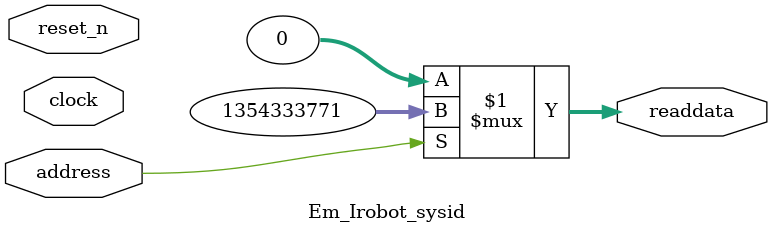
<source format=v>

`timescale 1ns / 1ps
// synthesis translate_on

// turn off superfluous verilog processor warnings 
// altera message_level Level1 
// altera message_off 10034 10035 10036 10037 10230 10240 10030 

module Em_Irobot_sysid (
               // inputs:
                address,
                clock,
                reset_n,

               // outputs:
                readdata
             )
;

  output  [ 31: 0] readdata;
  input            address;
  input            clock;
  input            reset_n;

  wire    [ 31: 0] readdata;
  //control_slave, which is an e_avalon_slave
  assign readdata = address ? 1354333771 : 0;

endmodule




</source>
